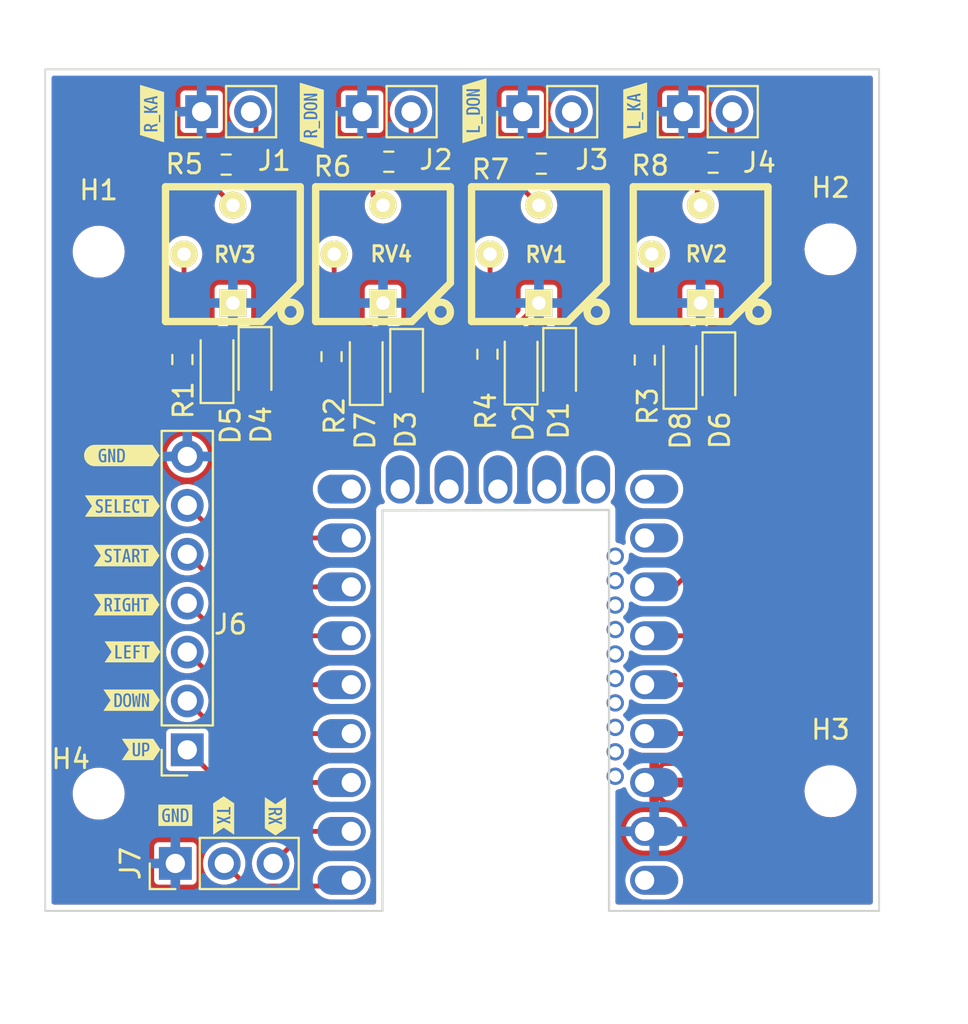
<source format=kicad_pcb>
(kicad_pcb (version 20221018) (generator pcbnew)
  (layers (0 "F.Cu" signal) (31 "B.Cu" signal) (34 "B.Paste" user) (35 "F.Paste" user) (36 "B.SilkS" user "B.Silkscreen") (37 "F.SilkS" user "F.Silkscreen") (38 "B.Mask" user) (39 "F.Mask" user) (44 "Edge.Cuts" user))
  (net 0 "")
  (net 1 "VCC")
  (net 2 "/L_DON_TRIM")
  (net 3 "GND")
  (net 4 "/R_DON_TRIM")
  (net 5 "/L_KA_TRIM")
  (net 6 "Net-(J1-Pin_2)")
  (net 7 "Net-(J2-Pin_2)")
  (net 8 "Net-(J3-Pin_2)")
  (net 9 "Net-(J4-Pin_2)")
  (net 10 "/UP")
  (net 11 "/DOWN")
  (net 12 "/LEFT")
  (net 13 "/RIGHT")
  (net 14 "/START")
  (net 15 "/SEL")
  (net 16 "/TX")
  (net 17 "/RX")
  (net 18 "Net-(R1-Pad1)")
  (net 19 "/R_KA_TRIM")
  (net 20 "Net-(R2-Pad1)")
  (net 21 "Net-(R3-Pad1)")
  (net 22 "Net-(R4-Pad1)")
  (net 23 "Net-(R5-Pad1)")
  (net 24 "Net-(R6-Pad1)")
  (net 25 "Net-(R7-Pad1)")
  (net 26 "Net-(R8-Pad1)")
  (net 27 "unconnected-(U1-8-Pad9)")
  (footprint "Resistor_SMD:R_0603_1608Metric" (layer "F.Cu") (at 122.65 86.95)
    (fp_text reference "R5" (at -2.175 -0.025) (layer "F.SilkS"))
    (fp_text value "50KΩ" hide)
    (pad "1" smd roundrect (at -0.825 0) (size 0.8 0.95) (layers "F.Cu" "F.Paste" "F.Mask") (net 23 "Net-(R5-Pad1)"))
    (pad "2" smd roundrect (at 0.825 0) (size 0.8 0.95) (layers "F.Cu" "F.Paste" "F.Mask") (net 6 "Net-(J1-Pin_2)"))
  )
  (footprint "kibuzzard-65C82B1C" (layer "F.Cu") (at 120.01 120.75)
    (fp_text reference "kibuzzard-65C82B1C" hide)
    (fp_text value "G***" hide)
  )
  (footprint "kibuzzard-65C82ABC" (layer "F.Cu") (at 117.78 112.26)
    (fp_text reference "kibuzzard-65C82ABC" hide)
    (fp_text value "G***" hide)
  )
  (footprint "MountingHole:MountingHole_2.2mm_M2" (layer "F.Cu") (at 116.025 119.625)
    (fp_text reference "H4" (at -1.45 -1.8) (layer "F.SilkS"))
    (fp_text value "MountingHole" hide)
    (pad "" np_thru_hole circle (at 0 0) (size 2.2 2.2) (drill 2.2) (layers "*.Cu" "*.Mask"))
  )
  (footprint "kibuzzard-65C82C8B" (layer "F.Cu") (at 143.9 84.15 90)
    (fp_text reference "kibuzzard-65C82C8B" hide)
    (fp_text value "G***" hide)
  )
  (footprint "MountingHole:MountingHole_2.2mm_M2" (layer "F.Cu") (at 154.05 119.5)
    (fp_text reference "H3" (at 0 -3.2) (layer "F.SilkS"))
    (fp_text value "MountingHole" hide)
    (pad "" np_thru_hole circle (at 0 0) (size 2.2 2.2) (drill 2.2) (layers "*.Cu" "*.Mask"))
  )
  (footprint "kibuzzard-65C82ACA" (layer "F.Cu") (at 117.48 107.26)
    (fp_text reference "kibuzzard-65C82ACA" hide)
    (fp_text value "G***" hide)
  )
  (footprint "Connector_PinHeader_2.54mm:PinHeader_1x02_P2.54mm_Vertical" (layer "F.Cu") (at 138.058332 84.2 90)
    (fp_text reference "J3" (at -2.5 3.591668 180) (layer "F.SilkS"))
    (fp_text value "L_DON")
    (pad "1" thru_hole rect (at 0 0 90) (size 1.7 1.7) (drill 1) (layers "*.Cu" "*.Mask") (net 3 "GND"))
    (pad "2" thru_hole oval (at 0 2.54 90) (size 1.7 1.7) (drill 1) (layers "*.Cu" "*.Mask") (net 8 "Net-(J3-Pin_2)"))
  )
  (footprint "Diode_SMD:D_SOD-323_HandSoldering" (layer "F.Cu") (at 129.925 97.425 90)
    (fp_text reference "D7" (at -3.35 -0.05 90) (layer "F.SilkS"))
    (fp_text value "D" hide)
    (pad "1" smd roundrect (at -1.25 0 90) (size 1 1) (layers "F.Cu" "F.Paste" "F.Mask") (net 4 "/R_DON_TRIM"))
    (pad "2" smd roundrect (at 1.25 0 90) (size 1 1) (layers "F.Cu" "F.Paste" "F.Mask") (net 3 "GND"))
  )
  (footprint "kibuzzard-65C82C92" (layer "F.Cu") (at 135.55 84.15 90)
    (fp_text reference "kibuzzard-65C82C92" hide)
    (fp_text value "G***" hide)
  )
  (footprint "kibuzzard-65C82AC3" (layer "F.Cu") (at 117.48 109.81)
    (fp_text reference "kibuzzard-65C82AC3" hide)
    (fp_text value "G***" hide)
  )
  (footprint "Connector_PinHeader_2.54mm:PinHeader_1x03_P2.54mm_Vertical" (layer "F.Cu") (at 120.01 123.25 90)
    (fp_text reference "J7" (at 0 -2.33 90) (layer "F.SilkS"))
    (fp_text value "Serial")
    (pad "1" thru_hole rect (at 0 0 90) (size 1.7 1.7) (drill 1) (layers "*.Cu" "*.Mask") (net 3 "GND"))
    (pad "2" thru_hole oval (at 0 2.54 90) (size 1.7 1.7) (drill 1) (layers "*.Cu" "*.Mask") (net 16 "/TX"))
    (pad "3" thru_hole oval (at 0 5.08 90) (size 1.7 1.7) (drill 1) (layers "*.Cu" "*.Mask") (net 17 "/RX"))
  )
  (footprint "Resistor_SMD:R_0603_1608Metric" (layer "F.Cu") (at 131.1 86.8)
    (fp_text reference "R6" (at -2.925 0.25) (layer "F.SilkS"))
    (fp_text value "50KΩ" hide)
    (pad "1" smd roundrect (at -0.825 0) (size 0.8 0.95) (layers "F.Cu" "F.Paste" "F.Mask") (net 24 "Net-(R6-Pad1)"))
    (pad "2" smd roundrect (at 0.825 0) (size 0.8 0.95) (layers "F.Cu" "F.Paste" "F.Mask") (net 7 "Net-(J2-Pin_2)"))
  )
  (footprint "kibuzzard-65C82AE9" (layer "F.Cu") (at 117.23 102.06)
    (fp_text reference "kibuzzard-65C82AE9" hide)
    (fp_text value "G***" hide)
  )
  (footprint "Resistor_SMD:R_0603_1608Metric" (layer "F.Cu") (at 139.025 86.9)
    (fp_text reference "R7" (at -2.65 0.3) (layer "F.SilkS"))
    (fp_text value "50KΩ" hide)
    (pad "1" smd roundrect (at -0.825 0) (size 0.8 0.95) (layers "F.Cu" "F.Paste" "F.Mask") (net 25 "Net-(R7-Pad1)"))
    (pad "2" smd roundrect (at 0.825 0) (size 0.8 0.95) (layers "F.Cu" "F.Paste" "F.Mask") (net 8 "Net-(J3-Pin_2)"))
  )
  (footprint "Diode_SMD:D_SOD-323_HandSoldering" (layer "F.Cu") (at 124.15 97.4 -90)
    (fp_text reference "D4" (at 3.07 -0.32 -270) (layer "F.SilkS"))
    (fp_text value "D" hide)
    (pad "1" smd roundrect (at -1.25 0 270) (size 1 1) (layers "F.Cu" "F.Paste" "F.Mask") (net 1 "VCC"))
    (pad "2" smd roundrect (at 1.25 0 270) (size 1 1) (layers "F.Cu" "F.Paste" "F.Mask") (net 19 "/R_KA_TRIM"))
  )
  (footprint "kibuzzard-65C8290C" (layer "F.Cu") (at 117.74 114.77)
    (fp_text reference "kibuzzard-65C8290C" hide)
    (fp_text value "G***" hide)
  )
  (footprint "Connector_PinHeader_2.54mm:PinHeader_1x02_P2.54mm_Vertical" (layer "F.Cu") (at 146.4 84.2 90)
    (fp_text reference "J4" (at -2.65 3.95 180) (layer "F.SilkS"))
    (fp_text value "L_KA")
    (pad "1" thru_hole rect (at 0 0 90) (size 1.7 1.7) (drill 1) (layers "*.Cu" "*.Mask") (net 3 "GND"))
    (pad "2" thru_hole oval (at 0 2.54 90) (size 1.7 1.7) (drill 1) (layers "*.Cu" "*.Mask") (net 9 "Net-(J4-Pin_2)"))
  )
  (footprint "kibuzzard-65C82AFE" (layer "F.Cu") (at 122.52 120.76 -90)
    (fp_text reference "kibuzzard-65C82AFE" hide)
    (fp_text value "G***" hide)
  )
  (footprint "Resistor_SMD:R_0603_1608Metric" (layer "F.Cu") (at 147.95 86.85)
    (fp_text reference "R8" (at -3.275 0.15) (layer "F.SilkS"))
    (fp_text value "50KΩ" hide)
    (pad "1" smd roundrect (at -0.825 0) (size 0.8 0.95) (layers "F.Cu" "F.Paste" "F.Mask") (net 26 "Net-(R8-Pad1)"))
    (pad "2" smd roundrect (at 0.825 0) (size 0.8 0.95) (layers "F.Cu" "F.Paste" "F.Mask") (net 9 "Net-(J4-Pin_2)"))
  )
  (footprint "Resistor_SMD:R_0603_1608Metric" (layer "F.Cu") (at 120.375 97.075 -90)
    (fp_text reference "R1" (at 2.115 -0.055 90) (layer "F.SilkS"))
    (fp_text value "100Ω")
    (pad "1" smd roundrect (at -0.825 0 270) (size 0.8 0.95) (layers "F.Cu" "F.Paste" "F.Mask") (net 18 "Net-(R1-Pad1)"))
    (pad "2" smd roundrect (at 0.825 0 270) (size 0.8 0.95) (layers "F.Cu" "F.Paste" "F.Mask") (net 19 "/R_KA_TRIM"))
  )
  (footprint "kibuzzard-65C82927" (layer "F.Cu") (at 118.23 117.33)
    (fp_text reference "kibuzzard-65C82927" hide)
    (fp_text value "G***" hide)
  )
  (footprint "Resistor_SMD:R_0603_1608Metric" (layer "F.Cu") (at 128.125 96.925 -90)
    (fp_text reference "R2" (at 3.075 -0.15 90) (layer "F.SilkS"))
    (fp_text value "100Ω")
    (pad "1" smd roundrect (at -0.825 0 270) (size 0.8 0.95) (layers "F.Cu" "F.Paste" "F.Mask") (net 20 "Net-(R2-Pad1)"))
    (pad "2" smd roundrect (at 0.825 0 270) (size 0.8 0.95) (layers "F.Cu" "F.Paste" "F.Mask") (net 4 "/R_DON_TRIM"))
  )
  (footprint "mcu:rp2040-zero-tht-pads" (layer "F.Cu") (at 136.77 113.965 180)
    (fp_text reference "U1" hide)
    (fp_text value "rp2040-zero" hide)
    (fp_line (start -5.775 -11.75) (end -5.775 9.075) (stroke (width 0.12)) (layer "Edge.Cuts"))
    (fp_line (start -5.775 9.075) (end 6 9.05) (stroke (width 0.12)) (layer "Edge.Cuts"))
    (fp_line (start 6 9.05) (end 6 -11.75) (stroke (width 0.12)) (layer "Edge.Cuts"))
    (pad "1" thru_hole oval (at 7.62 -10.16) (size 2.5 1.5) (drill 1 (offset -0.5 0)) (layers "*.Cu" "*.Mask") (net 16 "/TX"))
    (pad "2" thru_hole oval (at 7.62 -7.62) (size 2.5 1.5) (drill 1 (offset -0.5 0)) (layers "*.Cu" "*.Mask") (net 17 "/RX"))
    (pad "3" thru_hole oval (at 7.62 -5.08) (size 2.5 1.5) (drill 1 (offset -0.5 0)) (layers "*.Cu" "*.Mask") (net 10 "/UP"))
    (pad "4" thru_hole oval (at 7.62 -2.54) (size 2.5 1.5) (drill 1 (offset -0.5 0)) (layers "*.Cu" "*.Mask") (net 11 "/DOWN"))
    (pad "5" thru_hole oval (at 7.62 0) (size 2.5 1.5) (drill 1 (offset -0.5 0)) (layers "*.Cu" "*.Mask") (net 12 "/LEFT"))
    (pad "6" thru_hole oval (at 7.62 2.54) (size 2.5 1.5) (drill 1 (offset -0.5 0)) (layers "*.Cu" "*.Mask") (net 13 "/RIGHT"))
    (pad "7" thru_hole oval (at 7.62 5.08) (size 2.5 1.5) (drill 1 (offset -0.5 0)) (layers "*.Cu" "*.Mask") (net 14 "/START"))
    (pad "8" thru_hole oval (at 7.62 7.62) (size 2.5 1.5) (drill 1 (offset -0.5 0)) (layers "*.Cu" "*.Mask") (net 15 "/SEL"))
    (pad "9" thru_hole oval (at 7.62 10.16) (size 2.5 1.5) (drill 1 (offset -0.5 0)) (layers "*.Cu" "*.Mask") (net 27 "unconnected-(U1-8-Pad9)"))
    (pad "10" thru_hole oval (at 5.08 10.16 270) (size 2.5 1.5) (drill 1 (offset -0.5 0)) (layers "*.Cu" "*.Mask"))
    (pad "11" thru_hole oval (at 2.54 10.16 270) (size 2.5 1.5) (drill 1 (offset -0.5 0)) (layers "*.Cu" "*.Mask"))
    (pad "12" thru_hole oval (at 0 10.16 270) (size 2.5 1.5) (drill 1 (offset -0.5 0)) (layers "*.Cu" "*.Mask"))
    (pad "13" thru_hole oval (at -2.54 10.16 270) (size 2.5 1.5) (drill 1 (offset -0.5 0)) (layers "*.Cu" "*.Mask"))
    (pad "14" thru_hole oval (at -5.08 10.16 270) (size 2.5 1.5) (drill 1 (offset -0.5 0)) (layers "*.Cu" "*.Mask"))
    (pad "15" thru_hole oval (at -7.62 10.16 180) (size 2.5 1.5) (drill 1 (offset -0.5 0)) (layers "*.Cu" "*.Mask"))
    (pad "16" thru_hole oval (at -7.62 7.62 180) (size 2.5 1.5) (drill 1 (offset -0.5 0)) (layers "*.Cu" "*.Mask"))
    (pad "17" thru_hole oval (at -7.62 5.08 180) (size 2.5 1.5) (drill 1 (offset -0.5 0)) (layers "*.Cu" "*.Mask") (net 19 "/R_KA_TRIM"))
    (pad "18" thru_hole oval (at -7.62 2.54 180) (size 2.5 1.5) (drill 1 (offset -0.5 0)) (layers "*.Cu" "*.Mask") (net 4 "/R_DON_TRIM"))
    (pad "19" thru_hole oval (at -7.62 0 180) (size 2.5 1.5) (drill 1 (offset -0.5 0)) (layers "*.Cu" "*.Mask") (net 2 "/L_DON_TRIM"))
    (pad "20" thru_hole oval (at -7.62 -2.54 180) (size 2.5 1.5) (drill 1 (offset -0.5 0)) (layers "*.Cu" "*.Mask") (net 5 "/L_KA_TRIM"))
    (pad "21" thru_hole oval (at -7.62 -5.08 180) (size 2.5 1.5) (drill 1 (offset -0.5 0)) (layers "*.Cu" "*.Mask") (net 1 "VCC"))
    (pad "22" thru_hole oval (at -7.62 -7.62 180) (size 2.5 1.5) (drill 1 (offset -0.5 0)) (layers "*.Cu" "*.Mask") (net 3 "GND"))
    (pad "23" thru_hole oval (at -7.62 -10.16 180) (size 2.5 1.5) (drill 1 (offset -0.5 0)) (layers "*.Cu" "*.Mask"))
    (pad "24" thru_hole circle (at -6.096 6.674 180) (size 0.9 0.9) (drill 0.6) (layers "*.Cu" "*.Mask"))
    (pad "25" thru_hole circle (at -6.096 5.404 180) (size 0.9 0.9) (drill 0.6) (layers "*.Cu" "*.Mask"))
    (pad "26" thru_hole circle (at -6.096 4.134 180) (size 0.9 0.9) (drill 0.6) (layers "*.Cu" "*.Mask"))
    (pad "27" thru_hole circle (at -6.096 2.864 180) (size 0.9 0.9) (drill 0.6) (layers "*.Cu" "*.Mask"))
    (pad "28" thru_hole circle (at -6.096 1.594 180) (size 0.9 0.9) (drill 0.6) (layers "*.Cu" "*.Mask"))
    (pad "29" thru_hole circle (at -6.096 0.324 180) (size 0.9 0.9) (drill 0.6) (layers "*.Cu" "*.Mask"))
    (pad "30" thru_hole circle (at -6.096 -0.946 180) (size 0.9 0.9) (drill 0.6) (layers "*.Cu" "*.Mask"))
    (pad "31" thru_hole circle (at -6.096 -2.216 180) (size 0.9 0.9) (drill 0.6) (layers "*.Cu" "*.Mask"))
    (pad "32" thru_hole circle (at -6.096 -3.486 180) (size 0.9 0.9) (drill 0.6) (layers "*.Cu" "*.Mask"))
    (pad "33" thru_hole circle (at -6.096 -4.756 180) (size 0.9 0.9) (drill 0.6) (layers "*.Cu" "*.Mask"))
  )
  (footprint "kibuzzard-65C82C9A" (layer "F.Cu") (at 127.1 84.4 90)
    (fp_text reference "kibuzzard-65C82C9A" hide)
    (fp_text value "G***" hide)
  )
  (footprint "tiny2040:BOURNS-3362P_pot" (layer "F.Cu") (at 123 91.6 90)
    (fp_text reference "RV3" (at -0.025 0.1 180) (layer "F.SilkS") (effects (font (size 0.8 0.762) (thickness 0.1524))))
    (fp_text value "10KΩ" hide)
    (pad "1" thru_hole rect (at -2.54 0 90) (size 1.4 1.4) (drill 0.7) (layers "*.Cu" "*.Mask" "F.SilkS") (net 3 "GND"))
    (pad "2" thru_hole circle (at 0 -2.54 90) (size 1.4 1.4) (drill 0.7) (layers "*.Cu" "*.Mask" "F.SilkS") (net 18 "Net-(R1-Pad1)"))
    (pad "3" thru_hole circle (at 2.54 0 90) (size 1.4 1.4) (drill 0.7) (layers "*.Cu" "*.Mask" "F.SilkS") (net 23 "Net-(R5-Pad1)"))
  )
  (footprint "tiny2040:BOURNS-3362P_pot" (layer "F.Cu") (at 147.3 91.6 90)
    (fp_text reference "RV2" (at 0 0.3 180) (layer "F.SilkS") (effects (font (size 0.8 0.762) (thickness 0.1524))))
    (fp_text value "10KΩ" hide)
    (pad "1" thru_hole rect (at -2.54 0 90) (size 1.4 1.4) (drill 0.7) (layers "*.Cu" "*.Mask" "F.SilkS") (net 3 "GND"))
    (pad "2" thru_hole circle (at 0 -2.54 90) (size 1.4 1.4) (drill 0.7) (layers "*.Cu" "*.Mask" "F.SilkS") (net 21 "Net-(R3-Pad1)"))
    (pad "3" thru_hole circle (at 2.54 0 90) (size 1.4 1.4) (drill 0.7) (layers "*.Cu" "*.Mask" "F.SilkS") (net 26 "Net-(R8-Pad1)"))
  )
  (footprint "kibuzzard-65C82B09" (layer "F.Cu") (at 125.21 120.8 -90)
    (fp_text reference "kibuzzard-65C82B09" hide)
    (fp_text value "G***" hide)
  )
  (footprint "kibuzzard-65C82AD2" (layer "F.Cu") (at 117.255 104.685)
    (fp_text reference "kibuzzard-65C82AD2" hide)
    (fp_text value "G***" hide)
  )
  (footprint "tiny2040:BOURNS-3362P_pot" (layer "F.Cu") (at 138.9 91.6 90)
    (fp_text reference "RV1" (at -0.025 0.375 180) (layer "F.SilkS") (effects (font (size 0.8 0.762) (thickness 0.1524))))
    (fp_text value "10KΩ" hide)
    (pad "1" thru_hole rect (at -2.54 0 90) (size 1.4 1.4) (drill 0.7) (layers "*.Cu" "*.Mask" "F.SilkS") (net 3 "GND"))
    (pad "2" thru_hole circle (at 0 -2.54 90) (size 1.4 1.4) (drill 0.7) (layers "*.Cu" "*.Mask" "F.SilkS") (net 22 "Net-(R4-Pad1)"))
    (pad "3" thru_hole circle (at 2.54 0 90) (size 1.4 1.4) (drill 0.7) (layers "*.Cu" "*.Mask" "F.SilkS") (net 25 "Net-(R7-Pad1)"))
  )
  (footprint "Diode_SMD:D_SOD-323_HandSoldering" (layer "F.Cu") (at 132.025 97.5 -90)
    (fp_text reference "D3" (at 3.225 0.05 -270) (layer "F.SilkS"))
    (fp_text value "D" hide)
    (pad "1" smd roundrect (at -1.25 0 270) (size 1 1) (layers "F.Cu" "F.Paste" "F.Mask") (net 1 "VCC"))
    (pad "2" smd roundrect (at 1.25 0 270) (size 1 1) (layers "F.Cu" "F.Paste" "F.Mask") (net 4 "/R_DON_TRIM"))
  )
  (footprint "Diode_SMD:D_SOD-323_HandSoldering" (layer "F.Cu") (at 146.225 97.625 90)
    (fp_text reference "D8" (at -3.15 0.025 90) (layer "F.SilkS"))
    (fp_text value "D")
    (pad "1" smd roundrect (at -1.25 0 90) (size 1 1) (layers "F.Cu" "F.Paste" "F.Mask") (net 5 "/L_KA_TRIM"))
    (pad "2" smd roundrect (at 1.25 0 90) (size 1 1) (layers "F.Cu" "F.Paste" "F.Mask") (net 3 "GND"))
  )
  (footprint "tiny2040:BOURNS-3362P_pot" (layer "F.Cu") (at 130.8 91.6 90)
    (fp_text reference "RV4" (at 0 0.425) (layer "F.SilkS") (effects (font (size 0.8 0.762) (thickness 0.1524))))
    (fp_text value "10KΩ" hide)
    (pad "1" thru_hole rect (at -2.54 0 90) (size 1.4 1.4) (drill 0.7) (layers "*.Cu" "*.Mask" "F.SilkS") (net 3 "GND"))
    (pad "2" thru_hole circle (at 0 -2.54 90) (size 1.4 1.4) (drill 0.7) (layers "*.Cu" "*.Mask" "F.SilkS") (net 20 "Net-(R2-Pad1)"))
    (pad "3" thru_hole circle (at 2.54 0 90) (size 1.4 1.4) (drill 0.7) (layers "*.Cu" "*.Mask" "F.SilkS") (net 24 "Net-(R6-Pad1)"))
  )
  (footprint "Resistor_SMD:R_0603_1608Metric" (layer "F.Cu") (at 136.225 96.8 -90)
    (fp_text reference "R4" (at 2.95 0.075 90) (layer "F.SilkS"))
    (fp_text value "100Ω")
    (pad "1" smd roundrect (at -0.825 0 270) (size 0.8 0.95) (layers "F.Cu" "F.Paste" "F.Mask") (net 22 "Net-(R4-Pad1)"))
    (pad "2" smd roundrect (at 0.825 0 270) (size 0.8 0.95) (layers "F.Cu" "F.Paste" "F.Mask") (net 2 "/L_DON_TRIM"))
  )
  (footprint "Connector_PinHeader_2.54mm:PinHeader_1x02_P2.54mm_Vertical" (layer "F.Cu") (at 121.375 84.2 90)
    (fp_text reference "J1" (at -2.55 3.775 180) (layer "F.SilkS"))
    (fp_text value "R_KA")
    (pad "1" thru_hole rect (at 0 0 90) (size 1.7 1.7) (drill 1) (layers "*.Cu" "*.Mask") (net 3 "GND"))
    (pad "2" thru_hole oval (at 0 2.54 90) (size 1.7 1.7) (drill 1) (layers "*.Cu" "*.Mask") (net 6 "Net-(J1-Pin_2)"))
  )
  (footprint "Connector_PinSocket_2.54mm:PinSocket_1x07_P2.54mm_Vertical" (layer "F.Cu") (at 120.63 117.35 180)
    (fp_text reference "J6" (at -2.25 6.515) (layer "F.SilkS"))
    (fp_text value "Inputs")
    (pad "1" thru_hole rect (at 0 0 180) (size 1.7 1.7) (drill 1) (layers "*.Cu" "*.Mask") (net 10 "/UP"))
    (pad "2" thru_hole oval (at 0 2.54 180) (size 1.7 1.7) (drill 1) (layers "*.Cu" "*.Mask") (net 11 "/DOWN"))
    (pad "3" thru_hole oval (at 0 5.08 180) (size 1.7 1.7) (drill 1) (layers "*.Cu" "*.Mask") (net 12 "/LEFT"))
    (pad "4" thru_hole oval (at 0 7.62 180) (size 1.7 1.7) (drill 1) (layers "*.Cu" "*.Mask") (net 13 "/RIGHT"))
    (pad "5" thru_hole oval (at 0 10.16 180) (size 1.7 1.7) (drill 1) (layers "*.Cu" "*.Mask") (net 14 "/START"))
    (pad "6" thru_hole oval (at 0 12.7 180) (size 1.7 1.7) (drill 1) (layers "*.Cu" "*.Mask") (net 15 "/SEL"))
    (pad "7" thru_hole oval (at 0 15.24 180) (size 1.7 1.7) (drill 1) (layers "*.Cu" "*.Mask") (net 3 "GND"))
  )
  (footprint "MountingHole:MountingHole_2.2mm_M2" (layer "F.Cu") (at 154.05 91.35)
    (fp_text reference "H2" (at 0 -3.2) (layer "F.SilkS"))
    (fp_text value "MountingHole" hide)
    (pad "" np_thru_hole circle (at 0 0) (size 2.2 2.2) (drill 2.2) (layers "*.Cu" "*.Mask"))
  )
  (footprint "Connector_PinHeader_2.54mm:PinHeader_1x02_P2.54mm_Vertical" (layer "F.Cu") (at 129.716666 84.2 90)
    (fp_text reference "J2" (at -2.5 3.833334 180) (layer "F.SilkS"))
    (fp_text value "R_DON")
    (pad "1" thru_hole rect (at 0 0 90) (size 1.7 1.7) (drill 1) (layers "*.Cu" "*.Mask") (net 3 "GND"))
    (pad "2" thru_hole oval (at 0 2.54 90) (size 1.7 1.7) (drill 1) (layers "*.Cu" "*.Mask") (net 7 "Net-(J2-Pin_2)"))
  )
  (footprint "Diode_SMD:D_SOD-323_HandSoldering" (layer "F.Cu") (at 122.175 97.325 90)
    (fp_text reference "D5" (at -3.175 0.7 90) (layer "F.SilkS"))
    (fp_text value "D" hide)
    (pad "1" smd roundrect (at -1.25 0 90) (size 1 1) (layers "F.Cu" "F.Paste" "F.Mask") (net 19 "/R_KA_TRIM"))
    (pad "2" smd roundrect (at 1.25 0 90) (size 1 1) (layers "F.Cu" "F.Paste" "F.Mask") (net 3 "GND"))
  )
  (footprint "MountingHole:MountingHole_2.2mm_M2" (layer "F.Cu") (at 116.025 91.475)
    (fp_text reference "H1" (at 0 -3.2) (layer "F.SilkS"))
    (fp_text value "MountingHole" hide)
    (pad "" np_thru_hole circle (at 0 0) (size 2.2 2.2) (drill 2.2) (layers "*.Cu" "*.Mask"))
  )
  (footprint "Resistor_SMD:R_0603_1608Metric" (layer "F.Cu") (at 144.4 97.1 -90)
    (fp_text reference "R3" (at 2.4 -0.15 90) (layer "F.SilkS"))
    (fp_text value "100Ω")
    (pad "1" smd roundrect (at -0.825 0 270) (size 0.8 0.95) (layers "F.Cu" "F.Paste" "F.Mask") (net 21 "Net-(R3-Pad1)"))
    (pad "2" smd roundrect (at 0.825 0 270) (size 0.8 0.95) (layers "F.Cu" "F.Paste" "F.Mask") (net 5 "/L_KA_TRIM"))
  )
  (footprint "Diode_SMD:D_SOD-323_HandSoldering" (layer "F.Cu") (at 139.975 97.45 -90)
    (fp_text reference "D1" (at 2.8 0.05 -270) (layer "F.SilkS"))
    (fp_text value "D")
    (pad "1" smd roundrect (at -1.25 0 270) (size 1 1) (layers "F.Cu" "F.Paste" "F.Mask") (net 1 "VCC"))
    (pad "2" smd roundrect (at 1.25 0 270) (size 1 1) (layers "F.Cu" "F.Paste" "F.Mask") (net 2 "/L_DON_TRIM"))
  )
  (footprint "Diode_SMD:D_SOD-323_HandSoldering" (layer "F.Cu") (at 148.25 97.675 -90)
    (fp_text reference "D6" (at 3.075 -0.05 90) (layer "F.SilkS"))
    (fp_text value "D")
    (pad "1" smd roundrect (at -1.25 0 270) (size 1 1) (layers "F.Cu" "F.Paste" "F.Mask") (net 1 "VCC"))
    (pad "2" smd roundrect (at 1.25 0 270) (size 1 1) (layers "F.Cu" "F.Paste" "F.Mask") (net 5 "/L_KA_TRIM"))
  )
  (footprint "Diode_SMD:D_SOD-323_HandSoldering" (layer "F.Cu") (at 137.975 97.4 90)
    (fp_text reference "D2" (at -2.975 0.125 90) (layer "F.SilkS"))
    (fp_text value "D")
    (pad "1" smd roundrect (at -1.25 0 90) (size 1 1) (layers "F.Cu" "F.Paste" "F.Mask") (net 2 "/L_DON_TRIM"))
    (pad "2" smd roundrect (at 1.25 0 90) (size 1 1) (layers "F.Cu" "F.Paste" "F.Mask") (net 3 "GND"))
  )
  (footprint "kibuzzard-65C82CA0" (layer "F.Cu") (at 118.8 84.3 90)
    (fp_text reference "kibuzzard-65C82CA0" hide)
    (fp_text value "G***" hide)
  )
  (gr_line (start 156.58 125.715) (end 142.55 125.715) (stroke (width 0.1)) (layer "Edge.Cuts"))
  (gr_line (start 156.575 125.72) (end 156.575 82) (stroke (width 0.1)) (layer "Edge.Cuts"))
  (gr_line (start 113.25 82) (end 113.25 125.72) (stroke (width 0.1)) (layer "Edge.Cuts"))
  (gr_line (start 156.575 82) (end 113.25 82) (stroke (width 0.1)) (layer "Edge.Cuts"))
  (gr_line (start 113.25 125.715) (end 130.77 125.715) (stroke (width 0.1)) (layer "Edge.Cuts"))
  (segment (start 145.375 118.06) (end 144.39 119.045) (width 0.25) (layer "F.Cu") (net 1))
  (segment (start 145.445 120.1) (end 147.7 120.1) (width 0.25) (layer "F.Cu") (net 1))
  (segment (start 147.29 118.06) (end 145.375 118.06) (width 0.25) (layer "F.Cu") (net 1))
  (segment (start 144.39 119.045) (end 145.445 120.1) (width 0.25) (layer "F.Cu") (net 1))
  (segment (start 139.975 98.7) (end 138.05 98.7) (width 0.25) (layer "F.Cu") (net 2))
  (segment (start 147.33 99.75) (end 141.025 99.75) (width 0.25) (layer "F.Cu") (net 2))
  (segment (start 141.025 99.75) (end 139.975 98.7) (width 0.25) (layer "F.Cu") (net 2))
  (segment (start 137.975 98.625) (end 137.225 98.625) (width 0.25) (layer "F.Cu") (net 2))
  (segment (start 149.47 111) (end 149.47 101.89) (width 0.25) (layer "F.Cu") (net 2))
  (segment (start 138.05 98.7) (end 137.975 98.625) (width 0.25) (layer "F.Cu") (net 2))
  (segment (start 137.225 98.625) (end 136.225 97.625) (width 0.25) (layer "F.Cu") (net 2))
  (segment (start 144.39 113.965) (end 146.505 113.965) (width 0.25) (layer "F.Cu") (net 2))
  (segment (start 146.505 113.965) (end 149.47 111) (width 0.25) (layer "F.Cu") (net 2))
  (segment (start 149.47 101.89) (end 147.33 99.75) (width 0.25) (layer "F.Cu") (net 2))
  (segment (start 145.9563 113.48) (end 144.72 113.48) (width 0.25) (layer "F.Cu") (net 2))
  (segment (start 130.8 94.14) (end 130.8 95.3) (width 0.25) (layer "F.Cu") (net 3))
  (segment (start 146.225 96.375) (end 147.3 95.3) (width 0.25) (layer "F.Cu") (net 3))
  (segment (start 130.8 95.3) (end 129.925 96.175) (width 0.25) (layer "F.Cu") (net 3))
  (segment (start 147.3 95.3) (end 147.3 94.14) (width 0.25) (layer "F.Cu") (net 3))
  (segment (start 123.65 94.14) (end 123 94.14) (width 0.25) (layer "F.Cu") (net 3))
  (segment (start 131.4 94.14) (end 130.8 94.14) (width 0.25) (layer "F.Cu") (net 3))
  (segment (start 137.975 95.065) (end 138.9 94.14) (width 0.25) (layer "F.Cu") (net 3))
  (segment (start 123 95.25) (end 122.175 96.075) (width 0.25) (layer "F.Cu") (net 3))
  (segment (start 123 94.14) (end 123 95.25) (width 0.25) (layer "F.Cu") (net 3))
  (segment (start 137.975 96.125) (end 137.975 95.065) (width 0.25) (layer "F.Cu") (net 3))
  (segment (start 144.39 111.425) (end 146.815 111.425) (width 0.25) (layer "F.Cu") (net 4))
  (segment (start 133.24 100.48) (end 132.025 99.265) (width 0.25) (layer "F.Cu") (net 4))
  (segment (start 146.815 111.425) (end 148.16 110.08) (width 0.25) (layer "F.Cu") (net 4))
  (segment (start 129.05 98.675) (end 128.125 97.75) (width 0.25) (layer "F.Cu") (net 4))
  (segment (start 131.95 98.675) (end 132.025 98.75) (width 0.25) (layer "F.Cu") (net 4))
  (segment (start 132.025 99.265) (end 132.025 98.75) (width 0.25) (layer "F.Cu") (net 4))
  (segment (start 129.925 98.675) (end 131.95 98.675) (width 0.25) (layer "F.Cu") (net 4))
  (segment (start 148.16 101.773604) (end 146.866396 100.48) (width 0.25) (layer "F.Cu") (net 4))
  (segment (start 146.866396 100.48) (end 133.24 100.48) (width 0.25) (layer "F.Cu") (net 4))
  (segment (start 129.925 98.675) (end 129.05 98.675) (width 0.25) (layer "F.Cu") (net 4))
  (segment (start 148.16 110.08) (end 148.16 101.773604) (width 0.25) (layer "F.Cu") (net 4))
  (segment (start 150.56 101.235) (end 148.25 98.925) (width 0.25) (layer "F.Cu") (net 5))
  (segment (start 146.275 98.925) (end 146.225 98.875) (width 0.25) (layer "F.Cu") (net 5))
  (segment (start 144.45 97.675) (end 144.4 97.725) (width 0.25) (layer "F.Cu") (net 5))
  (segment (start 144.39 116.505) (end 147.085 116.505) (width 0.25) (layer "F.Cu") (net 5))
  (segment (start 144.4 97.725) (end 144.4 97.925) (width 0.25) (layer "F.Cu") (net 5))
  (segment (start 150.56 113.03) (end 150.56 101.235) (width 0.25) (layer "F.Cu") (net 5))
  (segment (start 148.25 98.925) (end 146.275 98.925) (width 0.25) (layer "F.Cu") (net 5))
  (segment (start 147.085 116.505) (end 150.56 113.03) (width 0.25) (layer "F.Cu") (net 5))
  (segment (start 144.4 97.925) (end 145.275 97.925) (width 0.25) (layer "F.Cu") (net 5))
  (segment (start 145.275 97.925) (end 146.225 98.875) (width 0.25) (layer "F.Cu") (net 5))
  (segment (start 123.475 86.95) (end 124.2 86.225) (width 0.25) (layer "F.Cu") (net 6))
  (segment (start 124.2 86.225) (end 124.2 84.2) (width 0.25) (layer "F.Cu") (net 6))
  (segment (start 132.256666 86.468334) (end 131.925 86.8) (width 0.25) (layer "F.Cu") (net 7))
  (segment (start 131.925 86.8) (end 131.915 86.79) (width 0.25) (layer "F.Cu") (net 7))
  (segment (start 132.256666 84.2) (end 132.256666 86.468334) (width 0.25) (layer "F.Cu") (net 7))
  (segment (start 140.598332 86.151668) (end 140.598332 84.2) (width 0.25) (layer "F.Cu") (net 8))
  (segment (start 139.85 86.9) (end 139.865 86.885) (width 0.25) (layer "F.Cu") (net 8))
  (segment (start 139.85 86.9) (end 140.598332 86.151668) (width 0.25) (layer "F.Cu") (net 8))
  (segment (start 148.8 86.825) (end 148.8 84.2) (width 0.25) (layer "F.Cu") (net 9))
  (segment (start 148.94 86.685) (end 148.94 84.2) (width 0.25) (layer "F.Cu") (net 9))
  (segment (start 148.775 86.85) (end 148.8 86.825) (width 0.25) (layer "F.Cu") (net 9))
  (segment (start 148.775 86.85) (end 148.94 86.685) (width 0.25) (layer "F.Cu") (net 9))
  (segment (start 129.15 119.045) (end 122.325 119.045) (width 0.25) (layer "F.Cu") (net 10))
  (segment (start 122.325 119.045) (end 120.63 117.35) (width 0.25) (layer "F.Cu") (net 10))
  (segment (start 120.63 114.81) (end 122.325 116.505) (width 0.25) (layer "F.Cu") (net 11))
  (segment (start 122.325 116.505) (end 129.15 116.505) (width 0.25) (layer "F.Cu") (net 11))
  (segment (start 129.48 116.02) (end 129.11 116.39) (width 0.25) (layer "F.Cu") (net 11))
  (segment (start 122.325 113.965) (end 129.15 113.965) (width 0.25) (layer "F.Cu") (net 12))
  (segment (start 129.11 113.85) (end 129.48 113.48) (width 0.25) (layer "F.Cu") (net 12))
  (segment (start 120.63 112.27) (end 122.325 113.965) (width 0.25) (layer "F.Cu") (net 12))
  (segment (start 129.15 111.425) (end 122.325 111.425) (width 0.25) (layer "F.Cu") (net 13))
  (segment (start 122.325 111.425) (end 120.63 109.73) (width 0.25) (layer "F.Cu") (net 13))
  (segment (start 122.325 108.885) (end 120.63 107.19) (width 0.25) (layer "F.Cu") (net 14))
  (segment (start 129.11 108.77) (end 129.48 108.4) (width 0.25) (layer "F.Cu") (net 14))
  (segment (start 129.15 108.885) (end 122.325 108.885) (width 0.25) (layer "F.Cu") (net 14))
  (segment (start 129.48 105.86) (end 129.11 106.23) (width 0.25) (layer "F.Cu") (net 15))
  (segment (start 122.325 106.345) (end 120.63 104.65) (width 0.25) (layer "F.Cu") (net 15))
  (segment (start 129.15 106.345) (end 122.325 106.345) (width 0.25) (layer "F.Cu") (net 15))
  (segment (start 129.15 124.125) (end 128.85 124.425) (width 0.25) (layer "F.Cu") (net 16))
  (segment (start 128.85 124.425) (end 123.725 124.425) (width 0.25) (layer "F.Cu") (net 16))
  (segment (start 123.725 124.425) (end 122.55 123.25) (width 0.25) (layer "F.Cu") (net 16))
  (segment (start 125.09 123.25) (end 126.755 121.585) (width 0.25) (layer "F.Cu") (net 17))
  (segment (start 126.755 121.585) (end 129.15 121.585) (width 0.25) (layer "F.Cu") (net 17))
  (segment (start 120.46 91.6) (end 120.46 96.14) (width 0.25) (layer "F.Cu") (net 18))
  (segment (start 120.46 96.14) (end 120.15 96.45) (width 0.25) (layer "F.Cu") (net 18))
  (segment (start 144.39 108.885) (end 145.955 108.885) (width 0.25) (layer "F.Cu") (net 19))
  (segment (start 122.175 98.575) (end 124.075 98.575) (width 0.25) (layer "F.Cu") (net 19))
  (segment (start 125.635 101.11) (end 124.15 99.625) (width 0.25) (layer "F.Cu") (net 19))
  (segment (start 121.55 97.9) (end 120.375 97.9) (width 0.25) (layer "F.Cu") (net 19))
  (segment (start 122.175 98.525) (end 121.55 97.9) (width 0.25) (layer "F.Cu") (net 19))
  (segment (start 124.075 98.575) (end 124.15 98.65) (width 0.25) (layer "F.Cu") (net 19))
  (segment (start 146.9 107.94) (end 146.9 102.37) (width 0.25) (layer "F.Cu") (net 19))
  (segment (start 122.175 98.575) (end 122.175 98.525) (width 0.25) (layer "F.Cu") (net 19))
  (segment (start 145.955 108.885) (end 146.9 107.94) (width 0.25) (layer "F.Cu") (net 19))
  (segment (start 145.64 101.11) (end 125.635 101.11) (width 0.25) (layer "F.Cu") (net 19))
  (segment (start 146.9 102.37) (end 145.64 101.11) (width 0.25) (layer "F.Cu") (net 19))
  (segment (start 124.15 99.625) (end 124.15 98.65) (width 0.25) (layer "F.Cu") (net 19))
  (segment (start 128.26 91.6) (end 128.26 95.815) (width 0.25) (layer "F.Cu") (net 20))
  (segment (start 128.26 95.815) (end 127.925 96.15) (width 0.25) (layer "F.Cu") (net 20))
  (segment (start 144.76 95.915) (end 144.76 91.6) (width 0.25) (layer "F.Cu") (net 21))
  (segment (start 144.375 96.2) (end 144.375 96.25) (width 0.25) (layer "F.Cu") (net 21))
  (segment (start 144.4 96.275) (end 144.76 95.915) (width 0.25) (layer "F.Cu") (net 21))
  (segment (start 144.375 96.25) (end 144.4 96.275) (width 0.25) (layer "F.Cu") (net 21))
  (segment (start 136.36 95.865) (end 135.975 96.25) (width 0.25) (layer "F.Cu") (net 22))
  (segment (start 136.36 91.6) (end 136.36 95.865) (width 0.25) (layer "F.Cu") (net 22))
  (segment (start 121.825 87.885) (end 121.825 86.95) (width 0.25) (layer "F.Cu") (net 23))
  (segment (start 123 89.06) (end 121.825 87.885) (width 0.25) (layer "F.Cu") (net 23))
  (segment (start 130.275 88.535) (end 130.8 89.06) (width 0.25) (layer "F.Cu") (net 24))
  (segment (start 130.275 86.8) (end 130.275 88.535) (width 0.25) (layer "F.Cu") (net 24))
  (segment (start 138.2 88.36) (end 138.9 89.06) (width 0.25) (layer "F.Cu") (net 25))
  (segment (start 138.2 86.9) (end 138.2 88.36) (width 0.25) (layer "F.Cu") (net 25))
  (segment (start 147.125 88.885) (end 147.3 89.06) (width 0.25) (layer "F.Cu") (net 26))
  (segment (start 147.125 86.85) (end 147.125 88.885) (width 0.25) (layer "F.Cu") (net 26))
  (segment (start 129.11 103.69) (end 129.48 103.32) (width 0.25) (layer "F.Cu") (net 27))
  (zone (net 1) (net_name "VCC") (layer "F.Cu") (priority 1) (connect_pads (clearance 0.25)) (min_thickness 0.25) (fill yes (thermal_gap 0.5) (thermal_bridge_width 0.5))
    (polygon (pts (xy 110.9 78.4) (xy 161.2 78.4) (xy 161.2 128.55) (xy 158.15 131.6) (xy 111.3 131.6) (xy 110.9 131.2)))
  )
  (zone (net 3) (net_name "GND") (layer "B.Cu") (connect_pads (clearance 0.25)) (min_thickness 0.25) (fill yes (thermal_gap 0.5) (thermal_bridge_width 0.5))
    (polygon (pts (xy 112.25 79.25) (xy 159.05 79.25) (xy 159.05 127.25) (xy 112.15 127.25) (xy 112 127.1) (xy 112 79.5)))
  )
)
</source>
